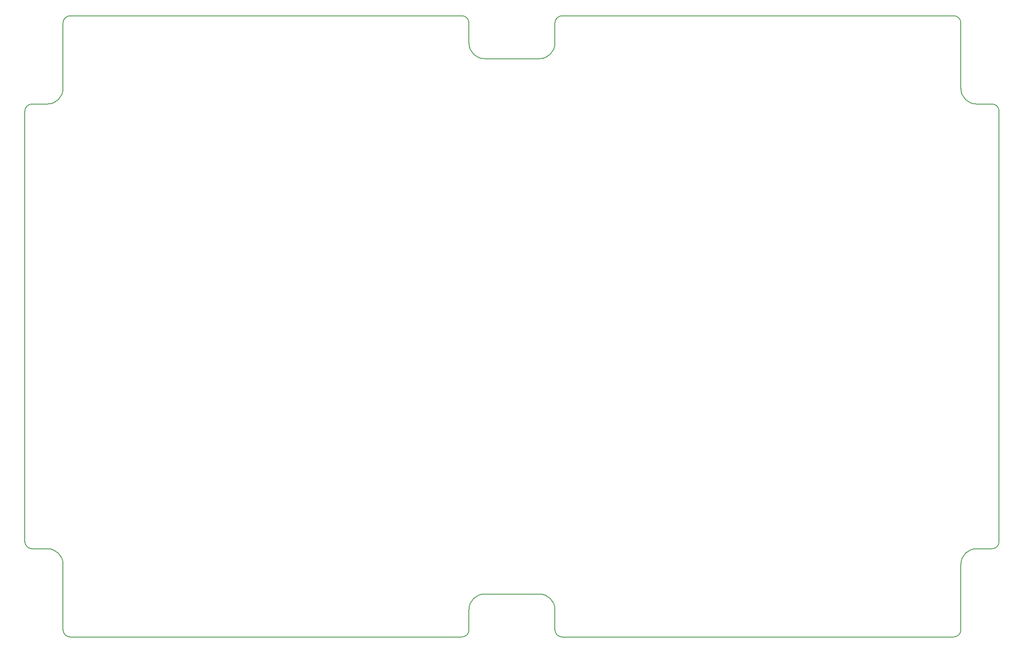
<source format=gbr>
G04 #@! TF.GenerationSoftware,KiCad,Pcbnew,(5.0.2)-1*
G04 #@! TF.CreationDate,2019-03-18T07:41:53+01:00*
G04 #@! TF.ProjectId,PanneauEncoderRotatif_G218,50616e6e-6561-4754-956e-636f64657252,rev?*
G04 #@! TF.SameCoordinates,Original*
G04 #@! TF.FileFunction,Profile,NP*
%FSLAX46Y46*%
G04 Gerber Fmt 4.6, Leading zero omitted, Abs format (unit mm)*
G04 Created by KiCad (PCBNEW (5.0.2)-1) date 18/03/2019 07:41:53*
%MOMM*%
%LPD*%
G01*
G04 APERTURE LIST*
%ADD10C,0.200000*%
G04 APERTURE END LIST*
D10*
X25654000Y-128778000D02*
G75*
G02X28956000Y-132080000I0J-3302000D01*
G01*
X115316000Y-141732000D02*
G75*
G02X118618000Y-138430000I3302000J0D01*
G01*
X130302000Y-138430000D02*
G75*
G02X133604000Y-141732000I0J-3302000D01*
G01*
X219964000Y-132080000D02*
G75*
G02X223266000Y-128778000I3302000J0D01*
G01*
X22352000Y-128778000D02*
G75*
G02X20828000Y-127254000I0J1524000D01*
G01*
X30480000Y-147574000D02*
G75*
G02X28956000Y-146050000I0J1524000D01*
G01*
X115316000Y-146050000D02*
G75*
G02X113792000Y-147574000I-1524000J0D01*
G01*
X135128000Y-147574000D02*
G75*
G02X133604000Y-146050000I0J1524000D01*
G01*
X219964000Y-146050000D02*
G75*
G02X218440000Y-147574000I-1524000J0D01*
G01*
X228092000Y-127254000D02*
G75*
G02X226568000Y-128778000I-1524000J0D01*
G01*
X226568000Y-34036000D02*
G75*
G02X228092000Y-35560000I0J-1524000D01*
G01*
X218440000Y-15240000D02*
G75*
G02X219964000Y-16764000I0J-1524000D01*
G01*
X20828000Y-35560000D02*
G75*
G02X22352000Y-34036000I1524000J0D01*
G01*
X28956000Y-16764000D02*
G75*
G02X30480000Y-15240000I1524000J0D01*
G01*
X133604000Y-16764000D02*
G75*
G02X135128000Y-15240000I1524000J0D01*
G01*
X113792000Y-15240000D02*
G75*
G02X115316000Y-16764000I0J-1524000D01*
G01*
X223266000Y-34036000D02*
G75*
G02X219964000Y-30734000I0J3302000D01*
G01*
X118618000Y-24384000D02*
G75*
G02X115316000Y-21082000I0J3302000D01*
G01*
X133604000Y-21082000D02*
G75*
G02X130302000Y-24384000I-3302000J0D01*
G01*
X28956000Y-30734000D02*
G75*
G02X25654000Y-34036000I-3302000J0D01*
G01*
X218440000Y-147574000D02*
X135128000Y-147574000D01*
X115316000Y-141732000D02*
X115316000Y-146050000D01*
X118618000Y-138430000D02*
X130302000Y-138430000D01*
X133604000Y-141732000D02*
X133604000Y-146050000D01*
X218440000Y-15240000D02*
X135128000Y-15240000D01*
X118618000Y-24384000D02*
X130302000Y-24384000D01*
X115316000Y-16764000D02*
X115316000Y-21082000D01*
X133604000Y-16764000D02*
X133604000Y-21082000D01*
X219964000Y-132080000D02*
X219964000Y-146050000D01*
X223266000Y-128778000D02*
X226568000Y-128778000D01*
X219964000Y-16764000D02*
X219964000Y-30734000D01*
X223266000Y-34036000D02*
X226568000Y-34036000D01*
X22352000Y-128778000D02*
X25654000Y-128778000D01*
X28956000Y-132080000D02*
X28956000Y-146050000D01*
X28956000Y-16764000D02*
X28956000Y-30734000D01*
X22352000Y-34036000D02*
X25654000Y-34036000D01*
X20828000Y-35560000D02*
X20828000Y-127254000D01*
X30480000Y-147574000D02*
X113792000Y-147574000D01*
X228092000Y-35560000D02*
X228092000Y-127254000D01*
X30480000Y-15240000D02*
X113792000Y-15240000D01*
M02*

</source>
